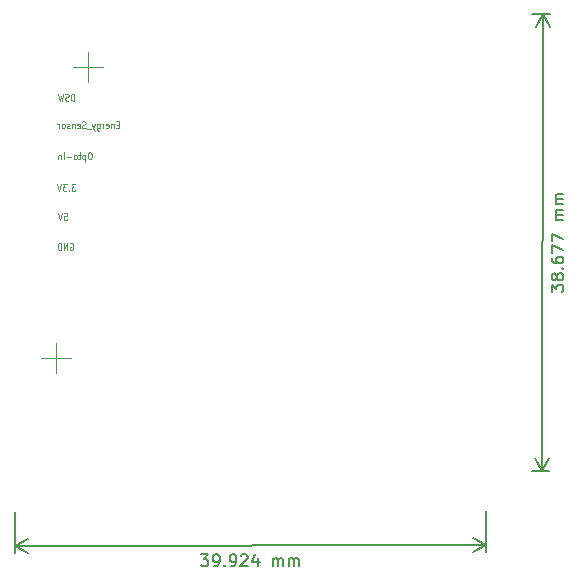
<source format=gbr>
G04 #@! TF.GenerationSoftware,KiCad,Pcbnew,5.1.7-a382d34a8~88~ubuntu18.04.1*
G04 #@! TF.CreationDate,2021-11-19T22:51:01+05:30*
G04 #@! TF.ProjectId,BackEnd_HeavyDevice_v5,4261636b-456e-4645-9f48-656176794465,rev?*
G04 #@! TF.SameCoordinates,Original*
G04 #@! TF.FileFunction,OtherDrawing,Comment*
%FSLAX46Y46*%
G04 Gerber Fmt 4.6, Leading zero omitted, Abs format (unit mm)*
G04 Created by KiCad (PCBNEW 5.1.7-a382d34a8~88~ubuntu18.04.1) date 2021-11-19 22:51:01*
%MOMM*%
%LPD*%
G01*
G04 APERTURE LIST*
%ADD10C,0.150000*%
%ADD11C,0.100000*%
%ADD12C,0.050000*%
G04 APERTURE END LIST*
D10*
X126807715Y-142814355D02*
X127426762Y-142813449D01*
X127093987Y-143194889D01*
X127236844Y-143194680D01*
X127332152Y-143242159D01*
X127379840Y-143289709D01*
X127427599Y-143384877D01*
X127427947Y-143622972D01*
X127380467Y-143718280D01*
X127332918Y-143765968D01*
X127237750Y-143813727D01*
X126952036Y-143814145D01*
X126856728Y-143766665D01*
X126809039Y-143719116D01*
X127904416Y-143812751D02*
X128094892Y-143812472D01*
X128190060Y-143764714D01*
X128237609Y-143717025D01*
X128332638Y-143574029D01*
X128379979Y-143383483D01*
X128379421Y-143002531D01*
X128331663Y-142907363D01*
X128283974Y-142859814D01*
X128188666Y-142812334D01*
X127998190Y-142812613D01*
X127903022Y-142860371D01*
X127855473Y-142908060D01*
X127807993Y-143003368D01*
X127808342Y-143241463D01*
X127856100Y-143336631D01*
X127903789Y-143384180D01*
X127999096Y-143431660D01*
X128189572Y-143431381D01*
X128284741Y-143383623D01*
X128332290Y-143335934D01*
X128379769Y-143240626D01*
X128809037Y-143716189D02*
X128856726Y-143763739D01*
X128809177Y-143811427D01*
X128761488Y-143763878D01*
X128809037Y-143716189D01*
X128809177Y-143811427D01*
X129332986Y-143810661D02*
X129523462Y-143810382D01*
X129618630Y-143762624D01*
X129666179Y-143714935D01*
X129761208Y-143571939D01*
X129808548Y-143381393D01*
X129807991Y-143000441D01*
X129760233Y-142905273D01*
X129712544Y-142857723D01*
X129617236Y-142810244D01*
X129426760Y-142810522D01*
X129331592Y-142858281D01*
X129284043Y-142905970D01*
X129236563Y-143001277D01*
X129236911Y-143239372D01*
X129284670Y-143334540D01*
X129332358Y-143382090D01*
X129427666Y-143429569D01*
X129618142Y-143429291D01*
X129713310Y-143381532D01*
X129760860Y-143333844D01*
X129808339Y-143238536D01*
X130188804Y-142904646D02*
X130236353Y-142856957D01*
X130331521Y-142809199D01*
X130569616Y-142808850D01*
X130664924Y-142856330D01*
X130712613Y-142903879D01*
X130760371Y-142999047D01*
X130760510Y-143094285D01*
X130713100Y-143237212D01*
X130142509Y-143809476D01*
X130761555Y-143808570D01*
X131617722Y-143140650D02*
X131618697Y-143807316D01*
X131379069Y-142760047D02*
X131142020Y-143474680D01*
X131761067Y-143473774D01*
X132904410Y-143805435D02*
X132903435Y-143138769D01*
X132903574Y-143234007D02*
X132951123Y-143186318D01*
X133046292Y-143138560D01*
X133189149Y-143138351D01*
X133284456Y-143185830D01*
X133332215Y-143280999D01*
X133332981Y-143804808D01*
X133332215Y-143280999D02*
X133379694Y-143185691D01*
X133474863Y-143137933D01*
X133617720Y-143137724D01*
X133713027Y-143185203D01*
X133760786Y-143280372D01*
X133761552Y-143804181D01*
X134237742Y-143803484D02*
X134236767Y-143136818D01*
X134236906Y-143232056D02*
X134284455Y-143184367D01*
X134379624Y-143136609D01*
X134522481Y-143136400D01*
X134617788Y-143183879D01*
X134665547Y-143279048D01*
X134666313Y-143802857D01*
X134665547Y-143279048D02*
X134713026Y-143183740D01*
X134808195Y-143135982D01*
X134951052Y-143135773D01*
X135046359Y-143183252D01*
X135094118Y-143278420D01*
X135094884Y-143802229D01*
X150958947Y-142026633D02*
X111035227Y-142085053D01*
X150954740Y-139151360D02*
X150959805Y-142613053D01*
X111031020Y-139209780D02*
X111036085Y-142671473D01*
X111035227Y-142085053D02*
X112160871Y-141496984D01*
X111035227Y-142085053D02*
X112162588Y-142669825D01*
X150958947Y-142026633D02*
X149831586Y-141441861D01*
X150958947Y-142026633D02*
X149833303Y-142614702D01*
X156485903Y-120594951D02*
X156486879Y-119975905D01*
X156867306Y-120309838D01*
X156867531Y-120166981D01*
X156915300Y-120071818D01*
X156962994Y-120024274D01*
X157058307Y-119976805D01*
X157296402Y-119977180D01*
X157391565Y-120024950D01*
X157439109Y-120072644D01*
X157486578Y-120167957D01*
X157486127Y-120453671D01*
X157438358Y-120548833D01*
X157390664Y-120596377D01*
X156916351Y-119405152D02*
X156868581Y-119500315D01*
X156820887Y-119547859D01*
X156725574Y-119595328D01*
X156677955Y-119595253D01*
X156582793Y-119547484D01*
X156535249Y-119499790D01*
X156487780Y-119404477D01*
X156488080Y-119214001D01*
X156535849Y-119118838D01*
X156583543Y-119071294D01*
X156678856Y-119023825D01*
X156726475Y-119023900D01*
X156821638Y-119071669D01*
X156869182Y-119119363D01*
X156916651Y-119214676D01*
X156916351Y-119405152D01*
X156963819Y-119500465D01*
X157011363Y-119548159D01*
X157106526Y-119595928D01*
X157297002Y-119596229D01*
X157392315Y-119548760D01*
X157440009Y-119501216D01*
X157487778Y-119406053D01*
X157488079Y-119215577D01*
X157440610Y-119120264D01*
X157393066Y-119072570D01*
X157297903Y-119024801D01*
X157107427Y-119024500D01*
X157012114Y-119071969D01*
X156964420Y-119119513D01*
X156916651Y-119214676D01*
X157393816Y-118596380D02*
X157441510Y-118548836D01*
X157489054Y-118596530D01*
X157441360Y-118644074D01*
X157393816Y-118596380D01*
X157489054Y-118596530D01*
X156490482Y-117690193D02*
X156490181Y-117880669D01*
X156537650Y-117975982D01*
X156585194Y-118023676D01*
X156727901Y-118119139D01*
X156918302Y-118167058D01*
X157299254Y-118167659D01*
X157394567Y-118120190D01*
X157442261Y-118072646D01*
X157490030Y-117977483D01*
X157490330Y-117787007D01*
X157442861Y-117691694D01*
X157395317Y-117644000D01*
X157300155Y-117596231D01*
X157062060Y-117595856D01*
X156966747Y-117643325D01*
X156919053Y-117690869D01*
X156871283Y-117786031D01*
X156870983Y-117976507D01*
X156918452Y-118071820D01*
X156965996Y-118119515D01*
X157061159Y-118167284D01*
X156491157Y-117261622D02*
X156492208Y-116594956D01*
X157491531Y-117025103D01*
X156492658Y-116309242D02*
X156493709Y-115642577D01*
X157493032Y-116072724D01*
X157495509Y-114501297D02*
X156828843Y-114500246D01*
X156924081Y-114500396D02*
X156876537Y-114452702D01*
X156829068Y-114357389D01*
X156829294Y-114214532D01*
X156877063Y-114119369D01*
X156972376Y-114071900D01*
X157496185Y-114072726D01*
X156972376Y-114071900D02*
X156877213Y-114024131D01*
X156829744Y-113928818D01*
X156829969Y-113785961D01*
X156877738Y-113690798D01*
X156973051Y-113643330D01*
X157496860Y-113644155D01*
X157497611Y-113167965D02*
X156830945Y-113166915D01*
X156926183Y-113167065D02*
X156878639Y-113119371D01*
X156831170Y-113024058D01*
X156831395Y-112881201D01*
X156879164Y-112786038D01*
X156974477Y-112738569D01*
X157498286Y-112739394D01*
X156974477Y-112738569D02*
X156879314Y-112690800D01*
X156831845Y-112595487D01*
X156832071Y-112452630D01*
X156879840Y-112357467D01*
X156975153Y-112309998D01*
X157498962Y-112310824D01*
X155709649Y-135741585D02*
X155770609Y-97065005D01*
X154792680Y-135740140D02*
X156296069Y-135742510D01*
X154853640Y-97063560D02*
X156357029Y-97065930D01*
X155770609Y-97065005D02*
X156355253Y-98192432D01*
X155770609Y-97065005D02*
X155182413Y-98190583D01*
X155709649Y-135741585D02*
X156297845Y-134616007D01*
X155709649Y-135741585D02*
X155125005Y-134614158D01*
D11*
X119866088Y-106428862D02*
X119699421Y-106428862D01*
X119627993Y-106743148D02*
X119866088Y-106743148D01*
X119866088Y-106143148D01*
X119627993Y-106143148D01*
X119413707Y-106343148D02*
X119413707Y-106743148D01*
X119413707Y-106400291D02*
X119389898Y-106371720D01*
X119342279Y-106343148D01*
X119270850Y-106343148D01*
X119223231Y-106371720D01*
X119199421Y-106428862D01*
X119199421Y-106743148D01*
X118770850Y-106714577D02*
X118818469Y-106743148D01*
X118913707Y-106743148D01*
X118961326Y-106714577D01*
X118985136Y-106657434D01*
X118985136Y-106428862D01*
X118961326Y-106371720D01*
X118913707Y-106343148D01*
X118818469Y-106343148D01*
X118770850Y-106371720D01*
X118747040Y-106428862D01*
X118747040Y-106486005D01*
X118985136Y-106543148D01*
X118532755Y-106743148D02*
X118532755Y-106343148D01*
X118532755Y-106457434D02*
X118508945Y-106400291D01*
X118485136Y-106371720D01*
X118437517Y-106343148D01*
X118389898Y-106343148D01*
X118008945Y-106343148D02*
X118008945Y-106828862D01*
X118032755Y-106886005D01*
X118056564Y-106914577D01*
X118104183Y-106943148D01*
X118175612Y-106943148D01*
X118223231Y-106914577D01*
X118008945Y-106714577D02*
X118056564Y-106743148D01*
X118151802Y-106743148D01*
X118199421Y-106714577D01*
X118223231Y-106686005D01*
X118247040Y-106628862D01*
X118247040Y-106457434D01*
X118223231Y-106400291D01*
X118199421Y-106371720D01*
X118151802Y-106343148D01*
X118056564Y-106343148D01*
X118008945Y-106371720D01*
X117818469Y-106343148D02*
X117699421Y-106743148D01*
X117580374Y-106343148D02*
X117699421Y-106743148D01*
X117747040Y-106886005D01*
X117770850Y-106914577D01*
X117818469Y-106943148D01*
X117508945Y-106800291D02*
X117127993Y-106800291D01*
X117032755Y-106714577D02*
X116961326Y-106743148D01*
X116842279Y-106743148D01*
X116794660Y-106714577D01*
X116770850Y-106686005D01*
X116747040Y-106628862D01*
X116747040Y-106571720D01*
X116770850Y-106514577D01*
X116794660Y-106486005D01*
X116842279Y-106457434D01*
X116937517Y-106428862D01*
X116985136Y-106400291D01*
X117008945Y-106371720D01*
X117032755Y-106314577D01*
X117032755Y-106257434D01*
X117008945Y-106200291D01*
X116985136Y-106171720D01*
X116937517Y-106143148D01*
X116818469Y-106143148D01*
X116747040Y-106171720D01*
X116342279Y-106714577D02*
X116389898Y-106743148D01*
X116485136Y-106743148D01*
X116532755Y-106714577D01*
X116556564Y-106657434D01*
X116556564Y-106428862D01*
X116532755Y-106371720D01*
X116485136Y-106343148D01*
X116389898Y-106343148D01*
X116342279Y-106371720D01*
X116318469Y-106428862D01*
X116318469Y-106486005D01*
X116556564Y-106543148D01*
X116104183Y-106343148D02*
X116104183Y-106743148D01*
X116104183Y-106400291D02*
X116080374Y-106371720D01*
X116032755Y-106343148D01*
X115961326Y-106343148D01*
X115913707Y-106371720D01*
X115889898Y-106428862D01*
X115889898Y-106743148D01*
X115675612Y-106714577D02*
X115627993Y-106743148D01*
X115532755Y-106743148D01*
X115485136Y-106714577D01*
X115461326Y-106657434D01*
X115461326Y-106628862D01*
X115485136Y-106571720D01*
X115532755Y-106543148D01*
X115604183Y-106543148D01*
X115651802Y-106514577D01*
X115675612Y-106457434D01*
X115675612Y-106428862D01*
X115651802Y-106371720D01*
X115604183Y-106343148D01*
X115532755Y-106343148D01*
X115485136Y-106371720D01*
X115175612Y-106743148D02*
X115223231Y-106714577D01*
X115247040Y-106686005D01*
X115270850Y-106628862D01*
X115270850Y-106457434D01*
X115247040Y-106400291D01*
X115223231Y-106371720D01*
X115175612Y-106343148D01*
X115104183Y-106343148D01*
X115056564Y-106371720D01*
X115032755Y-106400291D01*
X115008945Y-106457434D01*
X115008945Y-106628862D01*
X115032755Y-106686005D01*
X115056564Y-106714577D01*
X115104183Y-106743148D01*
X115175612Y-106743148D01*
X114794660Y-106743148D02*
X114794660Y-106343148D01*
X114794660Y-106457434D02*
X114770850Y-106400291D01*
X114747040Y-106371720D01*
X114699421Y-106343148D01*
X114651802Y-106343148D01*
X117428959Y-108766968D02*
X117333720Y-108766968D01*
X117286101Y-108795540D01*
X117238482Y-108852682D01*
X117214673Y-108966968D01*
X117214673Y-109166968D01*
X117238482Y-109281254D01*
X117286101Y-109338397D01*
X117333720Y-109366968D01*
X117428959Y-109366968D01*
X117476578Y-109338397D01*
X117524197Y-109281254D01*
X117548006Y-109166968D01*
X117548006Y-108966968D01*
X117524197Y-108852682D01*
X117476578Y-108795540D01*
X117428959Y-108766968D01*
X117000387Y-108966968D02*
X117000387Y-109566968D01*
X117000387Y-108995540D02*
X116952768Y-108966968D01*
X116857530Y-108966968D01*
X116809911Y-108995540D01*
X116786101Y-109024111D01*
X116762292Y-109081254D01*
X116762292Y-109252682D01*
X116786101Y-109309825D01*
X116809911Y-109338397D01*
X116857530Y-109366968D01*
X116952768Y-109366968D01*
X117000387Y-109338397D01*
X116619435Y-108966968D02*
X116428959Y-108966968D01*
X116548006Y-108766968D02*
X116548006Y-109281254D01*
X116524197Y-109338397D01*
X116476578Y-109366968D01*
X116428959Y-109366968D01*
X116190863Y-109366968D02*
X116238482Y-109338397D01*
X116262292Y-109309825D01*
X116286101Y-109252682D01*
X116286101Y-109081254D01*
X116262292Y-109024111D01*
X116238482Y-108995540D01*
X116190863Y-108966968D01*
X116119435Y-108966968D01*
X116071816Y-108995540D01*
X116048006Y-109024111D01*
X116024197Y-109081254D01*
X116024197Y-109252682D01*
X116048006Y-109309825D01*
X116071816Y-109338397D01*
X116119435Y-109366968D01*
X116190863Y-109366968D01*
X115809911Y-109138397D02*
X115428959Y-109138397D01*
X115190863Y-109366968D02*
X115190863Y-108766968D01*
X114952768Y-108966968D02*
X114952768Y-109366968D01*
X114952768Y-109024111D02*
X114928959Y-108995540D01*
X114881340Y-108966968D01*
X114809911Y-108966968D01*
X114762292Y-108995540D01*
X114738482Y-109052682D01*
X114738482Y-109366968D01*
X116155695Y-111456828D02*
X115846171Y-111456828D01*
X116012838Y-111685400D01*
X115941409Y-111685400D01*
X115893790Y-111713971D01*
X115869980Y-111742542D01*
X115846171Y-111799685D01*
X115846171Y-111942542D01*
X115869980Y-111999685D01*
X115893790Y-112028257D01*
X115941409Y-112056828D01*
X116084266Y-112056828D01*
X116131885Y-112028257D01*
X116155695Y-111999685D01*
X115631885Y-111999685D02*
X115608076Y-112028257D01*
X115631885Y-112056828D01*
X115655695Y-112028257D01*
X115631885Y-111999685D01*
X115631885Y-112056828D01*
X115441409Y-111456828D02*
X115131885Y-111456828D01*
X115298552Y-111685400D01*
X115227123Y-111685400D01*
X115179504Y-111713971D01*
X115155695Y-111742542D01*
X115131885Y-111799685D01*
X115131885Y-111942542D01*
X115155695Y-111999685D01*
X115179504Y-112028257D01*
X115227123Y-112056828D01*
X115369980Y-112056828D01*
X115417600Y-112028257D01*
X115441409Y-111999685D01*
X114989028Y-111456828D02*
X114822361Y-112056828D01*
X114655695Y-111456828D01*
X115197878Y-113895228D02*
X115435973Y-113895228D01*
X115459782Y-114180942D01*
X115435973Y-114152371D01*
X115388354Y-114123800D01*
X115269306Y-114123800D01*
X115221687Y-114152371D01*
X115197878Y-114180942D01*
X115174068Y-114238085D01*
X115174068Y-114380942D01*
X115197878Y-114438085D01*
X115221687Y-114466657D01*
X115269306Y-114495228D01*
X115388354Y-114495228D01*
X115435973Y-114466657D01*
X115459782Y-114438085D01*
X115031211Y-113895228D02*
X114864544Y-114495228D01*
X114697878Y-113895228D01*
X115707112Y-116468880D02*
X115754731Y-116440308D01*
X115826160Y-116440308D01*
X115897588Y-116468880D01*
X115945207Y-116526022D01*
X115969017Y-116583165D01*
X115992826Y-116697451D01*
X115992826Y-116783165D01*
X115969017Y-116897451D01*
X115945207Y-116954594D01*
X115897588Y-117011737D01*
X115826160Y-117040308D01*
X115778540Y-117040308D01*
X115707112Y-117011737D01*
X115683302Y-116983165D01*
X115683302Y-116783165D01*
X115778540Y-116783165D01*
X115469017Y-117040308D02*
X115469017Y-116440308D01*
X115183302Y-117040308D01*
X115183302Y-116440308D01*
X114945207Y-117040308D02*
X114945207Y-116440308D01*
X114826160Y-116440308D01*
X114754731Y-116468880D01*
X114707112Y-116526022D01*
X114683302Y-116583165D01*
X114659493Y-116697451D01*
X114659493Y-116783165D01*
X114683302Y-116897451D01*
X114707112Y-116954594D01*
X114754731Y-117011737D01*
X114826160Y-117040308D01*
X114945207Y-117040308D01*
X116072361Y-104403808D02*
X116072361Y-103803808D01*
X115953314Y-103803808D01*
X115881885Y-103832380D01*
X115834266Y-103889522D01*
X115810457Y-103946665D01*
X115786647Y-104060951D01*
X115786647Y-104146665D01*
X115810457Y-104260951D01*
X115834266Y-104318094D01*
X115881885Y-104375237D01*
X115953314Y-104403808D01*
X116072361Y-104403808D01*
X115596171Y-104375237D02*
X115524742Y-104403808D01*
X115405695Y-104403808D01*
X115358076Y-104375237D01*
X115334266Y-104346665D01*
X115310457Y-104289522D01*
X115310457Y-104232380D01*
X115334266Y-104175237D01*
X115358076Y-104146665D01*
X115405695Y-104118094D01*
X115500933Y-104089522D01*
X115548552Y-104060951D01*
X115572361Y-104032380D01*
X115596171Y-103975237D01*
X115596171Y-103918094D01*
X115572361Y-103860951D01*
X115548552Y-103832380D01*
X115500933Y-103803808D01*
X115381885Y-103803808D01*
X115310457Y-103832380D01*
X115143790Y-103803808D02*
X115024742Y-104403808D01*
X114929504Y-103975237D01*
X114834266Y-104403808D01*
X114715219Y-103803808D01*
D12*
X114554000Y-127457000D02*
X114554000Y-124917000D01*
X113284000Y-126187000D02*
X115824000Y-126187000D01*
X117216000Y-102784000D02*
X117216000Y-100244000D01*
X115946000Y-101514000D02*
X118486000Y-101514000D01*
M02*

</source>
